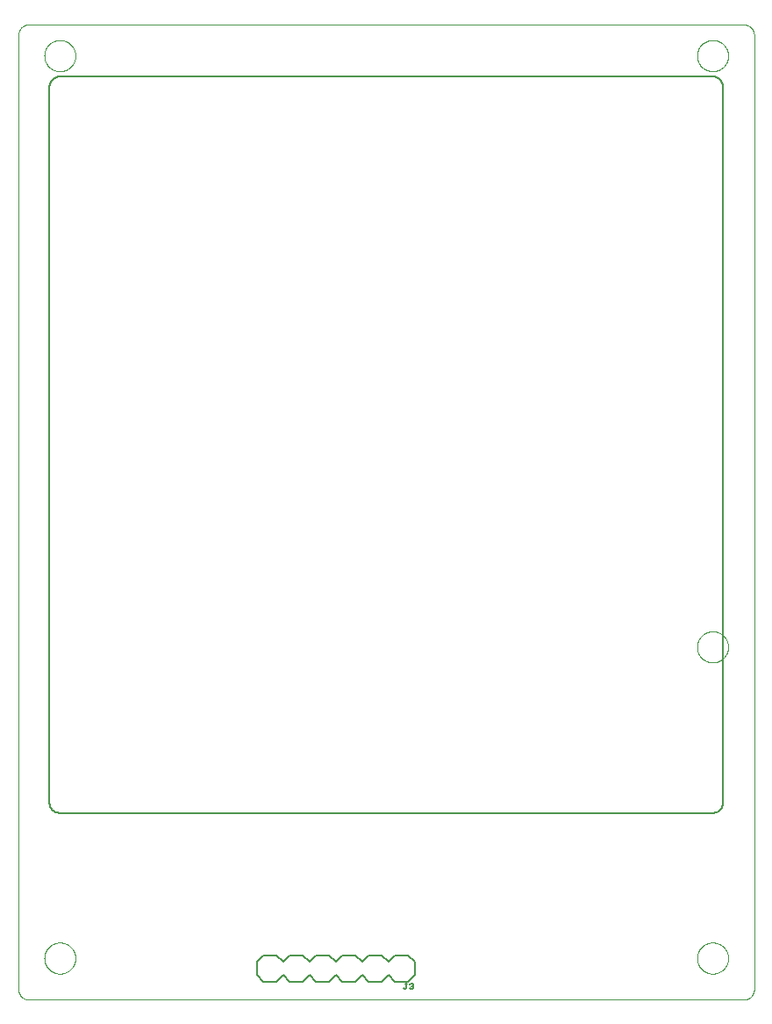
<source format=gto>
G75*
%MOIN*%
%OFA0B0*%
%FSLAX25Y25*%
%IPPOS*%
%LPD*%
%AMOC8*
5,1,8,0,0,1.08239X$1,22.5*
%
%ADD10C,0.00000*%
%ADD11C,0.00600*%
%ADD12R,0.04402X0.00339*%
%ADD13R,0.01354X0.00339*%
%ADD14R,0.00677X0.00339*%
%ADD15R,0.05756X0.00339*%
%ADD16R,0.02709X0.00339*%
%ADD17R,0.01693X0.00339*%
%ADD18R,0.04063X0.00339*%
%ADD19R,0.02370X0.00339*%
%ADD20R,0.03047X0.00339*%
%ADD21R,0.01016X0.00339*%
%ADD22R,0.00339X0.00339*%
%ADD23R,0.03386X0.00339*%
%ADD24R,0.05417X0.00339*%
%ADD25R,0.02031X0.00339*%
%ADD26R,0.04740X0.00339*%
%ADD27R,0.05079X0.00339*%
%ADD28R,0.03724X0.00339*%
%ADD29R,0.10496X0.00339*%
%ADD30R,0.09142X0.00339*%
%ADD31R,0.07449X0.00339*%
%ADD32R,0.08803X0.00339*%
%ADD33R,0.07787X0.00339*%
%ADD34R,0.07110X0.00339*%
%ADD35R,0.10835X0.00339*%
%ADD36R,0.06772X0.00339*%
%ADD37R,0.08465X0.00339*%
%ADD38R,0.08126X0.00339*%
%ADD39C,0.00800*%
%ADD40C,0.00500*%
D10*
X0005437Y0002252D02*
X0277091Y0002252D01*
X0277215Y0002254D01*
X0277338Y0002260D01*
X0277462Y0002269D01*
X0277584Y0002283D01*
X0277707Y0002300D01*
X0277829Y0002322D01*
X0277950Y0002347D01*
X0278070Y0002376D01*
X0278189Y0002408D01*
X0278308Y0002445D01*
X0278425Y0002485D01*
X0278540Y0002528D01*
X0278655Y0002576D01*
X0278767Y0002627D01*
X0278878Y0002681D01*
X0278988Y0002739D01*
X0279095Y0002800D01*
X0279201Y0002865D01*
X0279304Y0002933D01*
X0279405Y0003004D01*
X0279504Y0003078D01*
X0279601Y0003155D01*
X0279695Y0003236D01*
X0279786Y0003319D01*
X0279875Y0003405D01*
X0279961Y0003494D01*
X0280044Y0003585D01*
X0280125Y0003679D01*
X0280202Y0003776D01*
X0280276Y0003875D01*
X0280347Y0003976D01*
X0280415Y0004079D01*
X0280480Y0004185D01*
X0280541Y0004292D01*
X0280599Y0004402D01*
X0280653Y0004513D01*
X0280704Y0004625D01*
X0280752Y0004740D01*
X0280795Y0004855D01*
X0280835Y0004972D01*
X0280872Y0005091D01*
X0280904Y0005210D01*
X0280933Y0005330D01*
X0280958Y0005451D01*
X0280980Y0005573D01*
X0280997Y0005696D01*
X0281011Y0005818D01*
X0281020Y0005942D01*
X0281026Y0006065D01*
X0281028Y0006189D01*
X0281028Y0368394D01*
X0281026Y0368518D01*
X0281020Y0368641D01*
X0281011Y0368765D01*
X0280997Y0368887D01*
X0280980Y0369010D01*
X0280958Y0369132D01*
X0280933Y0369253D01*
X0280904Y0369373D01*
X0280872Y0369492D01*
X0280835Y0369611D01*
X0280795Y0369728D01*
X0280752Y0369843D01*
X0280704Y0369958D01*
X0280653Y0370070D01*
X0280599Y0370181D01*
X0280541Y0370291D01*
X0280480Y0370398D01*
X0280415Y0370504D01*
X0280347Y0370607D01*
X0280276Y0370708D01*
X0280202Y0370807D01*
X0280125Y0370904D01*
X0280044Y0370998D01*
X0279961Y0371089D01*
X0279875Y0371178D01*
X0279786Y0371264D01*
X0279695Y0371347D01*
X0279601Y0371428D01*
X0279504Y0371505D01*
X0279405Y0371579D01*
X0279304Y0371650D01*
X0279201Y0371718D01*
X0279095Y0371783D01*
X0278988Y0371844D01*
X0278878Y0371902D01*
X0278767Y0371956D01*
X0278655Y0372007D01*
X0278540Y0372055D01*
X0278425Y0372098D01*
X0278308Y0372138D01*
X0278189Y0372175D01*
X0278070Y0372207D01*
X0277950Y0372236D01*
X0277829Y0372261D01*
X0277707Y0372283D01*
X0277584Y0372300D01*
X0277462Y0372314D01*
X0277338Y0372323D01*
X0277215Y0372329D01*
X0277091Y0372331D01*
X0005437Y0372331D01*
X0005313Y0372329D01*
X0005190Y0372323D01*
X0005066Y0372314D01*
X0004944Y0372300D01*
X0004821Y0372283D01*
X0004699Y0372261D01*
X0004578Y0372236D01*
X0004458Y0372207D01*
X0004339Y0372175D01*
X0004220Y0372138D01*
X0004103Y0372098D01*
X0003988Y0372055D01*
X0003873Y0372007D01*
X0003761Y0371956D01*
X0003650Y0371902D01*
X0003540Y0371844D01*
X0003433Y0371783D01*
X0003327Y0371718D01*
X0003224Y0371650D01*
X0003123Y0371579D01*
X0003024Y0371505D01*
X0002927Y0371428D01*
X0002833Y0371347D01*
X0002742Y0371264D01*
X0002653Y0371178D01*
X0002567Y0371089D01*
X0002484Y0370998D01*
X0002403Y0370904D01*
X0002326Y0370807D01*
X0002252Y0370708D01*
X0002181Y0370607D01*
X0002113Y0370504D01*
X0002048Y0370398D01*
X0001987Y0370291D01*
X0001929Y0370181D01*
X0001875Y0370070D01*
X0001824Y0369958D01*
X0001776Y0369843D01*
X0001733Y0369728D01*
X0001693Y0369611D01*
X0001656Y0369492D01*
X0001624Y0369373D01*
X0001595Y0369253D01*
X0001570Y0369132D01*
X0001548Y0369010D01*
X0001531Y0368887D01*
X0001517Y0368765D01*
X0001508Y0368641D01*
X0001502Y0368518D01*
X0001500Y0368394D01*
X0001500Y0006189D01*
X0001502Y0006065D01*
X0001508Y0005942D01*
X0001517Y0005818D01*
X0001531Y0005696D01*
X0001548Y0005573D01*
X0001570Y0005451D01*
X0001595Y0005330D01*
X0001624Y0005210D01*
X0001656Y0005091D01*
X0001693Y0004972D01*
X0001733Y0004855D01*
X0001776Y0004740D01*
X0001824Y0004625D01*
X0001875Y0004513D01*
X0001929Y0004402D01*
X0001987Y0004292D01*
X0002048Y0004185D01*
X0002113Y0004079D01*
X0002181Y0003976D01*
X0002252Y0003875D01*
X0002326Y0003776D01*
X0002403Y0003679D01*
X0002484Y0003585D01*
X0002567Y0003494D01*
X0002653Y0003405D01*
X0002742Y0003319D01*
X0002833Y0003236D01*
X0002927Y0003155D01*
X0003024Y0003078D01*
X0003123Y0003004D01*
X0003224Y0002933D01*
X0003327Y0002865D01*
X0003433Y0002800D01*
X0003540Y0002739D01*
X0003650Y0002681D01*
X0003761Y0002627D01*
X0003873Y0002576D01*
X0003988Y0002528D01*
X0004103Y0002485D01*
X0004220Y0002445D01*
X0004339Y0002408D01*
X0004458Y0002376D01*
X0004578Y0002347D01*
X0004699Y0002322D01*
X0004821Y0002300D01*
X0004944Y0002283D01*
X0005066Y0002269D01*
X0005190Y0002260D01*
X0005313Y0002254D01*
X0005437Y0002252D01*
X0011342Y0018000D02*
X0011344Y0018153D01*
X0011350Y0018307D01*
X0011360Y0018460D01*
X0011374Y0018612D01*
X0011392Y0018765D01*
X0011414Y0018916D01*
X0011439Y0019067D01*
X0011469Y0019218D01*
X0011503Y0019368D01*
X0011540Y0019516D01*
X0011581Y0019664D01*
X0011626Y0019810D01*
X0011675Y0019956D01*
X0011728Y0020100D01*
X0011784Y0020242D01*
X0011844Y0020383D01*
X0011908Y0020523D01*
X0011975Y0020661D01*
X0012046Y0020797D01*
X0012121Y0020931D01*
X0012198Y0021063D01*
X0012280Y0021193D01*
X0012364Y0021321D01*
X0012452Y0021447D01*
X0012543Y0021570D01*
X0012637Y0021691D01*
X0012735Y0021809D01*
X0012835Y0021925D01*
X0012939Y0022038D01*
X0013045Y0022149D01*
X0013154Y0022257D01*
X0013266Y0022362D01*
X0013380Y0022463D01*
X0013498Y0022562D01*
X0013617Y0022658D01*
X0013739Y0022751D01*
X0013864Y0022840D01*
X0013991Y0022927D01*
X0014120Y0023009D01*
X0014251Y0023089D01*
X0014384Y0023165D01*
X0014519Y0023238D01*
X0014656Y0023307D01*
X0014795Y0023372D01*
X0014935Y0023434D01*
X0015077Y0023492D01*
X0015220Y0023547D01*
X0015365Y0023598D01*
X0015511Y0023645D01*
X0015658Y0023688D01*
X0015806Y0023727D01*
X0015955Y0023763D01*
X0016105Y0023794D01*
X0016256Y0023822D01*
X0016407Y0023846D01*
X0016560Y0023866D01*
X0016712Y0023882D01*
X0016865Y0023894D01*
X0017018Y0023902D01*
X0017171Y0023906D01*
X0017325Y0023906D01*
X0017478Y0023902D01*
X0017631Y0023894D01*
X0017784Y0023882D01*
X0017936Y0023866D01*
X0018089Y0023846D01*
X0018240Y0023822D01*
X0018391Y0023794D01*
X0018541Y0023763D01*
X0018690Y0023727D01*
X0018838Y0023688D01*
X0018985Y0023645D01*
X0019131Y0023598D01*
X0019276Y0023547D01*
X0019419Y0023492D01*
X0019561Y0023434D01*
X0019701Y0023372D01*
X0019840Y0023307D01*
X0019977Y0023238D01*
X0020112Y0023165D01*
X0020245Y0023089D01*
X0020376Y0023009D01*
X0020505Y0022927D01*
X0020632Y0022840D01*
X0020757Y0022751D01*
X0020879Y0022658D01*
X0020998Y0022562D01*
X0021116Y0022463D01*
X0021230Y0022362D01*
X0021342Y0022257D01*
X0021451Y0022149D01*
X0021557Y0022038D01*
X0021661Y0021925D01*
X0021761Y0021809D01*
X0021859Y0021691D01*
X0021953Y0021570D01*
X0022044Y0021447D01*
X0022132Y0021321D01*
X0022216Y0021193D01*
X0022298Y0021063D01*
X0022375Y0020931D01*
X0022450Y0020797D01*
X0022521Y0020661D01*
X0022588Y0020523D01*
X0022652Y0020383D01*
X0022712Y0020242D01*
X0022768Y0020100D01*
X0022821Y0019956D01*
X0022870Y0019810D01*
X0022915Y0019664D01*
X0022956Y0019516D01*
X0022993Y0019368D01*
X0023027Y0019218D01*
X0023057Y0019067D01*
X0023082Y0018916D01*
X0023104Y0018765D01*
X0023122Y0018612D01*
X0023136Y0018460D01*
X0023146Y0018307D01*
X0023152Y0018153D01*
X0023154Y0018000D01*
X0023152Y0017847D01*
X0023146Y0017693D01*
X0023136Y0017540D01*
X0023122Y0017388D01*
X0023104Y0017235D01*
X0023082Y0017084D01*
X0023057Y0016933D01*
X0023027Y0016782D01*
X0022993Y0016632D01*
X0022956Y0016484D01*
X0022915Y0016336D01*
X0022870Y0016190D01*
X0022821Y0016044D01*
X0022768Y0015900D01*
X0022712Y0015758D01*
X0022652Y0015617D01*
X0022588Y0015477D01*
X0022521Y0015339D01*
X0022450Y0015203D01*
X0022375Y0015069D01*
X0022298Y0014937D01*
X0022216Y0014807D01*
X0022132Y0014679D01*
X0022044Y0014553D01*
X0021953Y0014430D01*
X0021859Y0014309D01*
X0021761Y0014191D01*
X0021661Y0014075D01*
X0021557Y0013962D01*
X0021451Y0013851D01*
X0021342Y0013743D01*
X0021230Y0013638D01*
X0021116Y0013537D01*
X0020998Y0013438D01*
X0020879Y0013342D01*
X0020757Y0013249D01*
X0020632Y0013160D01*
X0020505Y0013073D01*
X0020376Y0012991D01*
X0020245Y0012911D01*
X0020112Y0012835D01*
X0019977Y0012762D01*
X0019840Y0012693D01*
X0019701Y0012628D01*
X0019561Y0012566D01*
X0019419Y0012508D01*
X0019276Y0012453D01*
X0019131Y0012402D01*
X0018985Y0012355D01*
X0018838Y0012312D01*
X0018690Y0012273D01*
X0018541Y0012237D01*
X0018391Y0012206D01*
X0018240Y0012178D01*
X0018089Y0012154D01*
X0017936Y0012134D01*
X0017784Y0012118D01*
X0017631Y0012106D01*
X0017478Y0012098D01*
X0017325Y0012094D01*
X0017171Y0012094D01*
X0017018Y0012098D01*
X0016865Y0012106D01*
X0016712Y0012118D01*
X0016560Y0012134D01*
X0016407Y0012154D01*
X0016256Y0012178D01*
X0016105Y0012206D01*
X0015955Y0012237D01*
X0015806Y0012273D01*
X0015658Y0012312D01*
X0015511Y0012355D01*
X0015365Y0012402D01*
X0015220Y0012453D01*
X0015077Y0012508D01*
X0014935Y0012566D01*
X0014795Y0012628D01*
X0014656Y0012693D01*
X0014519Y0012762D01*
X0014384Y0012835D01*
X0014251Y0012911D01*
X0014120Y0012991D01*
X0013991Y0013073D01*
X0013864Y0013160D01*
X0013739Y0013249D01*
X0013617Y0013342D01*
X0013498Y0013438D01*
X0013380Y0013537D01*
X0013266Y0013638D01*
X0013154Y0013743D01*
X0013045Y0013851D01*
X0012939Y0013962D01*
X0012835Y0014075D01*
X0012735Y0014191D01*
X0012637Y0014309D01*
X0012543Y0014430D01*
X0012452Y0014553D01*
X0012364Y0014679D01*
X0012280Y0014807D01*
X0012198Y0014937D01*
X0012121Y0015069D01*
X0012046Y0015203D01*
X0011975Y0015339D01*
X0011908Y0015477D01*
X0011844Y0015617D01*
X0011784Y0015758D01*
X0011728Y0015900D01*
X0011675Y0016044D01*
X0011626Y0016190D01*
X0011581Y0016336D01*
X0011540Y0016484D01*
X0011503Y0016632D01*
X0011469Y0016782D01*
X0011439Y0016933D01*
X0011414Y0017084D01*
X0011392Y0017235D01*
X0011374Y0017388D01*
X0011360Y0017540D01*
X0011350Y0017693D01*
X0011344Y0017847D01*
X0011342Y0018000D01*
X0259374Y0018000D02*
X0259376Y0018153D01*
X0259382Y0018307D01*
X0259392Y0018460D01*
X0259406Y0018612D01*
X0259424Y0018765D01*
X0259446Y0018916D01*
X0259471Y0019067D01*
X0259501Y0019218D01*
X0259535Y0019368D01*
X0259572Y0019516D01*
X0259613Y0019664D01*
X0259658Y0019810D01*
X0259707Y0019956D01*
X0259760Y0020100D01*
X0259816Y0020242D01*
X0259876Y0020383D01*
X0259940Y0020523D01*
X0260007Y0020661D01*
X0260078Y0020797D01*
X0260153Y0020931D01*
X0260230Y0021063D01*
X0260312Y0021193D01*
X0260396Y0021321D01*
X0260484Y0021447D01*
X0260575Y0021570D01*
X0260669Y0021691D01*
X0260767Y0021809D01*
X0260867Y0021925D01*
X0260971Y0022038D01*
X0261077Y0022149D01*
X0261186Y0022257D01*
X0261298Y0022362D01*
X0261412Y0022463D01*
X0261530Y0022562D01*
X0261649Y0022658D01*
X0261771Y0022751D01*
X0261896Y0022840D01*
X0262023Y0022927D01*
X0262152Y0023009D01*
X0262283Y0023089D01*
X0262416Y0023165D01*
X0262551Y0023238D01*
X0262688Y0023307D01*
X0262827Y0023372D01*
X0262967Y0023434D01*
X0263109Y0023492D01*
X0263252Y0023547D01*
X0263397Y0023598D01*
X0263543Y0023645D01*
X0263690Y0023688D01*
X0263838Y0023727D01*
X0263987Y0023763D01*
X0264137Y0023794D01*
X0264288Y0023822D01*
X0264439Y0023846D01*
X0264592Y0023866D01*
X0264744Y0023882D01*
X0264897Y0023894D01*
X0265050Y0023902D01*
X0265203Y0023906D01*
X0265357Y0023906D01*
X0265510Y0023902D01*
X0265663Y0023894D01*
X0265816Y0023882D01*
X0265968Y0023866D01*
X0266121Y0023846D01*
X0266272Y0023822D01*
X0266423Y0023794D01*
X0266573Y0023763D01*
X0266722Y0023727D01*
X0266870Y0023688D01*
X0267017Y0023645D01*
X0267163Y0023598D01*
X0267308Y0023547D01*
X0267451Y0023492D01*
X0267593Y0023434D01*
X0267733Y0023372D01*
X0267872Y0023307D01*
X0268009Y0023238D01*
X0268144Y0023165D01*
X0268277Y0023089D01*
X0268408Y0023009D01*
X0268537Y0022927D01*
X0268664Y0022840D01*
X0268789Y0022751D01*
X0268911Y0022658D01*
X0269030Y0022562D01*
X0269148Y0022463D01*
X0269262Y0022362D01*
X0269374Y0022257D01*
X0269483Y0022149D01*
X0269589Y0022038D01*
X0269693Y0021925D01*
X0269793Y0021809D01*
X0269891Y0021691D01*
X0269985Y0021570D01*
X0270076Y0021447D01*
X0270164Y0021321D01*
X0270248Y0021193D01*
X0270330Y0021063D01*
X0270407Y0020931D01*
X0270482Y0020797D01*
X0270553Y0020661D01*
X0270620Y0020523D01*
X0270684Y0020383D01*
X0270744Y0020242D01*
X0270800Y0020100D01*
X0270853Y0019956D01*
X0270902Y0019810D01*
X0270947Y0019664D01*
X0270988Y0019516D01*
X0271025Y0019368D01*
X0271059Y0019218D01*
X0271089Y0019067D01*
X0271114Y0018916D01*
X0271136Y0018765D01*
X0271154Y0018612D01*
X0271168Y0018460D01*
X0271178Y0018307D01*
X0271184Y0018153D01*
X0271186Y0018000D01*
X0271184Y0017847D01*
X0271178Y0017693D01*
X0271168Y0017540D01*
X0271154Y0017388D01*
X0271136Y0017235D01*
X0271114Y0017084D01*
X0271089Y0016933D01*
X0271059Y0016782D01*
X0271025Y0016632D01*
X0270988Y0016484D01*
X0270947Y0016336D01*
X0270902Y0016190D01*
X0270853Y0016044D01*
X0270800Y0015900D01*
X0270744Y0015758D01*
X0270684Y0015617D01*
X0270620Y0015477D01*
X0270553Y0015339D01*
X0270482Y0015203D01*
X0270407Y0015069D01*
X0270330Y0014937D01*
X0270248Y0014807D01*
X0270164Y0014679D01*
X0270076Y0014553D01*
X0269985Y0014430D01*
X0269891Y0014309D01*
X0269793Y0014191D01*
X0269693Y0014075D01*
X0269589Y0013962D01*
X0269483Y0013851D01*
X0269374Y0013743D01*
X0269262Y0013638D01*
X0269148Y0013537D01*
X0269030Y0013438D01*
X0268911Y0013342D01*
X0268789Y0013249D01*
X0268664Y0013160D01*
X0268537Y0013073D01*
X0268408Y0012991D01*
X0268277Y0012911D01*
X0268144Y0012835D01*
X0268009Y0012762D01*
X0267872Y0012693D01*
X0267733Y0012628D01*
X0267593Y0012566D01*
X0267451Y0012508D01*
X0267308Y0012453D01*
X0267163Y0012402D01*
X0267017Y0012355D01*
X0266870Y0012312D01*
X0266722Y0012273D01*
X0266573Y0012237D01*
X0266423Y0012206D01*
X0266272Y0012178D01*
X0266121Y0012154D01*
X0265968Y0012134D01*
X0265816Y0012118D01*
X0265663Y0012106D01*
X0265510Y0012098D01*
X0265357Y0012094D01*
X0265203Y0012094D01*
X0265050Y0012098D01*
X0264897Y0012106D01*
X0264744Y0012118D01*
X0264592Y0012134D01*
X0264439Y0012154D01*
X0264288Y0012178D01*
X0264137Y0012206D01*
X0263987Y0012237D01*
X0263838Y0012273D01*
X0263690Y0012312D01*
X0263543Y0012355D01*
X0263397Y0012402D01*
X0263252Y0012453D01*
X0263109Y0012508D01*
X0262967Y0012566D01*
X0262827Y0012628D01*
X0262688Y0012693D01*
X0262551Y0012762D01*
X0262416Y0012835D01*
X0262283Y0012911D01*
X0262152Y0012991D01*
X0262023Y0013073D01*
X0261896Y0013160D01*
X0261771Y0013249D01*
X0261649Y0013342D01*
X0261530Y0013438D01*
X0261412Y0013537D01*
X0261298Y0013638D01*
X0261186Y0013743D01*
X0261077Y0013851D01*
X0260971Y0013962D01*
X0260867Y0014075D01*
X0260767Y0014191D01*
X0260669Y0014309D01*
X0260575Y0014430D01*
X0260484Y0014553D01*
X0260396Y0014679D01*
X0260312Y0014807D01*
X0260230Y0014937D01*
X0260153Y0015069D01*
X0260078Y0015203D01*
X0260007Y0015339D01*
X0259940Y0015477D01*
X0259876Y0015617D01*
X0259816Y0015758D01*
X0259760Y0015900D01*
X0259707Y0016044D01*
X0259658Y0016190D01*
X0259613Y0016336D01*
X0259572Y0016484D01*
X0259535Y0016632D01*
X0259501Y0016782D01*
X0259471Y0016933D01*
X0259446Y0017084D01*
X0259424Y0017235D01*
X0259406Y0017388D01*
X0259392Y0017540D01*
X0259382Y0017693D01*
X0259376Y0017847D01*
X0259374Y0018000D01*
X0259374Y0136110D02*
X0259376Y0136263D01*
X0259382Y0136417D01*
X0259392Y0136570D01*
X0259406Y0136722D01*
X0259424Y0136875D01*
X0259446Y0137026D01*
X0259471Y0137177D01*
X0259501Y0137328D01*
X0259535Y0137478D01*
X0259572Y0137626D01*
X0259613Y0137774D01*
X0259658Y0137920D01*
X0259707Y0138066D01*
X0259760Y0138210D01*
X0259816Y0138352D01*
X0259876Y0138493D01*
X0259940Y0138633D01*
X0260007Y0138771D01*
X0260078Y0138907D01*
X0260153Y0139041D01*
X0260230Y0139173D01*
X0260312Y0139303D01*
X0260396Y0139431D01*
X0260484Y0139557D01*
X0260575Y0139680D01*
X0260669Y0139801D01*
X0260767Y0139919D01*
X0260867Y0140035D01*
X0260971Y0140148D01*
X0261077Y0140259D01*
X0261186Y0140367D01*
X0261298Y0140472D01*
X0261412Y0140573D01*
X0261530Y0140672D01*
X0261649Y0140768D01*
X0261771Y0140861D01*
X0261896Y0140950D01*
X0262023Y0141037D01*
X0262152Y0141119D01*
X0262283Y0141199D01*
X0262416Y0141275D01*
X0262551Y0141348D01*
X0262688Y0141417D01*
X0262827Y0141482D01*
X0262967Y0141544D01*
X0263109Y0141602D01*
X0263252Y0141657D01*
X0263397Y0141708D01*
X0263543Y0141755D01*
X0263690Y0141798D01*
X0263838Y0141837D01*
X0263987Y0141873D01*
X0264137Y0141904D01*
X0264288Y0141932D01*
X0264439Y0141956D01*
X0264592Y0141976D01*
X0264744Y0141992D01*
X0264897Y0142004D01*
X0265050Y0142012D01*
X0265203Y0142016D01*
X0265357Y0142016D01*
X0265510Y0142012D01*
X0265663Y0142004D01*
X0265816Y0141992D01*
X0265968Y0141976D01*
X0266121Y0141956D01*
X0266272Y0141932D01*
X0266423Y0141904D01*
X0266573Y0141873D01*
X0266722Y0141837D01*
X0266870Y0141798D01*
X0267017Y0141755D01*
X0267163Y0141708D01*
X0267308Y0141657D01*
X0267451Y0141602D01*
X0267593Y0141544D01*
X0267733Y0141482D01*
X0267872Y0141417D01*
X0268009Y0141348D01*
X0268144Y0141275D01*
X0268277Y0141199D01*
X0268408Y0141119D01*
X0268537Y0141037D01*
X0268664Y0140950D01*
X0268789Y0140861D01*
X0268911Y0140768D01*
X0269030Y0140672D01*
X0269148Y0140573D01*
X0269262Y0140472D01*
X0269374Y0140367D01*
X0269483Y0140259D01*
X0269589Y0140148D01*
X0269693Y0140035D01*
X0269793Y0139919D01*
X0269891Y0139801D01*
X0269985Y0139680D01*
X0270076Y0139557D01*
X0270164Y0139431D01*
X0270248Y0139303D01*
X0270330Y0139173D01*
X0270407Y0139041D01*
X0270482Y0138907D01*
X0270553Y0138771D01*
X0270620Y0138633D01*
X0270684Y0138493D01*
X0270744Y0138352D01*
X0270800Y0138210D01*
X0270853Y0138066D01*
X0270902Y0137920D01*
X0270947Y0137774D01*
X0270988Y0137626D01*
X0271025Y0137478D01*
X0271059Y0137328D01*
X0271089Y0137177D01*
X0271114Y0137026D01*
X0271136Y0136875D01*
X0271154Y0136722D01*
X0271168Y0136570D01*
X0271178Y0136417D01*
X0271184Y0136263D01*
X0271186Y0136110D01*
X0271184Y0135957D01*
X0271178Y0135803D01*
X0271168Y0135650D01*
X0271154Y0135498D01*
X0271136Y0135345D01*
X0271114Y0135194D01*
X0271089Y0135043D01*
X0271059Y0134892D01*
X0271025Y0134742D01*
X0270988Y0134594D01*
X0270947Y0134446D01*
X0270902Y0134300D01*
X0270853Y0134154D01*
X0270800Y0134010D01*
X0270744Y0133868D01*
X0270684Y0133727D01*
X0270620Y0133587D01*
X0270553Y0133449D01*
X0270482Y0133313D01*
X0270407Y0133179D01*
X0270330Y0133047D01*
X0270248Y0132917D01*
X0270164Y0132789D01*
X0270076Y0132663D01*
X0269985Y0132540D01*
X0269891Y0132419D01*
X0269793Y0132301D01*
X0269693Y0132185D01*
X0269589Y0132072D01*
X0269483Y0131961D01*
X0269374Y0131853D01*
X0269262Y0131748D01*
X0269148Y0131647D01*
X0269030Y0131548D01*
X0268911Y0131452D01*
X0268789Y0131359D01*
X0268664Y0131270D01*
X0268537Y0131183D01*
X0268408Y0131101D01*
X0268277Y0131021D01*
X0268144Y0130945D01*
X0268009Y0130872D01*
X0267872Y0130803D01*
X0267733Y0130738D01*
X0267593Y0130676D01*
X0267451Y0130618D01*
X0267308Y0130563D01*
X0267163Y0130512D01*
X0267017Y0130465D01*
X0266870Y0130422D01*
X0266722Y0130383D01*
X0266573Y0130347D01*
X0266423Y0130316D01*
X0266272Y0130288D01*
X0266121Y0130264D01*
X0265968Y0130244D01*
X0265816Y0130228D01*
X0265663Y0130216D01*
X0265510Y0130208D01*
X0265357Y0130204D01*
X0265203Y0130204D01*
X0265050Y0130208D01*
X0264897Y0130216D01*
X0264744Y0130228D01*
X0264592Y0130244D01*
X0264439Y0130264D01*
X0264288Y0130288D01*
X0264137Y0130316D01*
X0263987Y0130347D01*
X0263838Y0130383D01*
X0263690Y0130422D01*
X0263543Y0130465D01*
X0263397Y0130512D01*
X0263252Y0130563D01*
X0263109Y0130618D01*
X0262967Y0130676D01*
X0262827Y0130738D01*
X0262688Y0130803D01*
X0262551Y0130872D01*
X0262416Y0130945D01*
X0262283Y0131021D01*
X0262152Y0131101D01*
X0262023Y0131183D01*
X0261896Y0131270D01*
X0261771Y0131359D01*
X0261649Y0131452D01*
X0261530Y0131548D01*
X0261412Y0131647D01*
X0261298Y0131748D01*
X0261186Y0131853D01*
X0261077Y0131961D01*
X0260971Y0132072D01*
X0260867Y0132185D01*
X0260767Y0132301D01*
X0260669Y0132419D01*
X0260575Y0132540D01*
X0260484Y0132663D01*
X0260396Y0132789D01*
X0260312Y0132917D01*
X0260230Y0133047D01*
X0260153Y0133179D01*
X0260078Y0133313D01*
X0260007Y0133449D01*
X0259940Y0133587D01*
X0259876Y0133727D01*
X0259816Y0133868D01*
X0259760Y0134010D01*
X0259707Y0134154D01*
X0259658Y0134300D01*
X0259613Y0134446D01*
X0259572Y0134594D01*
X0259535Y0134742D01*
X0259501Y0134892D01*
X0259471Y0135043D01*
X0259446Y0135194D01*
X0259424Y0135345D01*
X0259406Y0135498D01*
X0259392Y0135650D01*
X0259382Y0135803D01*
X0259376Y0135957D01*
X0259374Y0136110D01*
X0259374Y0360520D02*
X0259376Y0360673D01*
X0259382Y0360827D01*
X0259392Y0360980D01*
X0259406Y0361132D01*
X0259424Y0361285D01*
X0259446Y0361436D01*
X0259471Y0361587D01*
X0259501Y0361738D01*
X0259535Y0361888D01*
X0259572Y0362036D01*
X0259613Y0362184D01*
X0259658Y0362330D01*
X0259707Y0362476D01*
X0259760Y0362620D01*
X0259816Y0362762D01*
X0259876Y0362903D01*
X0259940Y0363043D01*
X0260007Y0363181D01*
X0260078Y0363317D01*
X0260153Y0363451D01*
X0260230Y0363583D01*
X0260312Y0363713D01*
X0260396Y0363841D01*
X0260484Y0363967D01*
X0260575Y0364090D01*
X0260669Y0364211D01*
X0260767Y0364329D01*
X0260867Y0364445D01*
X0260971Y0364558D01*
X0261077Y0364669D01*
X0261186Y0364777D01*
X0261298Y0364882D01*
X0261412Y0364983D01*
X0261530Y0365082D01*
X0261649Y0365178D01*
X0261771Y0365271D01*
X0261896Y0365360D01*
X0262023Y0365447D01*
X0262152Y0365529D01*
X0262283Y0365609D01*
X0262416Y0365685D01*
X0262551Y0365758D01*
X0262688Y0365827D01*
X0262827Y0365892D01*
X0262967Y0365954D01*
X0263109Y0366012D01*
X0263252Y0366067D01*
X0263397Y0366118D01*
X0263543Y0366165D01*
X0263690Y0366208D01*
X0263838Y0366247D01*
X0263987Y0366283D01*
X0264137Y0366314D01*
X0264288Y0366342D01*
X0264439Y0366366D01*
X0264592Y0366386D01*
X0264744Y0366402D01*
X0264897Y0366414D01*
X0265050Y0366422D01*
X0265203Y0366426D01*
X0265357Y0366426D01*
X0265510Y0366422D01*
X0265663Y0366414D01*
X0265816Y0366402D01*
X0265968Y0366386D01*
X0266121Y0366366D01*
X0266272Y0366342D01*
X0266423Y0366314D01*
X0266573Y0366283D01*
X0266722Y0366247D01*
X0266870Y0366208D01*
X0267017Y0366165D01*
X0267163Y0366118D01*
X0267308Y0366067D01*
X0267451Y0366012D01*
X0267593Y0365954D01*
X0267733Y0365892D01*
X0267872Y0365827D01*
X0268009Y0365758D01*
X0268144Y0365685D01*
X0268277Y0365609D01*
X0268408Y0365529D01*
X0268537Y0365447D01*
X0268664Y0365360D01*
X0268789Y0365271D01*
X0268911Y0365178D01*
X0269030Y0365082D01*
X0269148Y0364983D01*
X0269262Y0364882D01*
X0269374Y0364777D01*
X0269483Y0364669D01*
X0269589Y0364558D01*
X0269693Y0364445D01*
X0269793Y0364329D01*
X0269891Y0364211D01*
X0269985Y0364090D01*
X0270076Y0363967D01*
X0270164Y0363841D01*
X0270248Y0363713D01*
X0270330Y0363583D01*
X0270407Y0363451D01*
X0270482Y0363317D01*
X0270553Y0363181D01*
X0270620Y0363043D01*
X0270684Y0362903D01*
X0270744Y0362762D01*
X0270800Y0362620D01*
X0270853Y0362476D01*
X0270902Y0362330D01*
X0270947Y0362184D01*
X0270988Y0362036D01*
X0271025Y0361888D01*
X0271059Y0361738D01*
X0271089Y0361587D01*
X0271114Y0361436D01*
X0271136Y0361285D01*
X0271154Y0361132D01*
X0271168Y0360980D01*
X0271178Y0360827D01*
X0271184Y0360673D01*
X0271186Y0360520D01*
X0271184Y0360367D01*
X0271178Y0360213D01*
X0271168Y0360060D01*
X0271154Y0359908D01*
X0271136Y0359755D01*
X0271114Y0359604D01*
X0271089Y0359453D01*
X0271059Y0359302D01*
X0271025Y0359152D01*
X0270988Y0359004D01*
X0270947Y0358856D01*
X0270902Y0358710D01*
X0270853Y0358564D01*
X0270800Y0358420D01*
X0270744Y0358278D01*
X0270684Y0358137D01*
X0270620Y0357997D01*
X0270553Y0357859D01*
X0270482Y0357723D01*
X0270407Y0357589D01*
X0270330Y0357457D01*
X0270248Y0357327D01*
X0270164Y0357199D01*
X0270076Y0357073D01*
X0269985Y0356950D01*
X0269891Y0356829D01*
X0269793Y0356711D01*
X0269693Y0356595D01*
X0269589Y0356482D01*
X0269483Y0356371D01*
X0269374Y0356263D01*
X0269262Y0356158D01*
X0269148Y0356057D01*
X0269030Y0355958D01*
X0268911Y0355862D01*
X0268789Y0355769D01*
X0268664Y0355680D01*
X0268537Y0355593D01*
X0268408Y0355511D01*
X0268277Y0355431D01*
X0268144Y0355355D01*
X0268009Y0355282D01*
X0267872Y0355213D01*
X0267733Y0355148D01*
X0267593Y0355086D01*
X0267451Y0355028D01*
X0267308Y0354973D01*
X0267163Y0354922D01*
X0267017Y0354875D01*
X0266870Y0354832D01*
X0266722Y0354793D01*
X0266573Y0354757D01*
X0266423Y0354726D01*
X0266272Y0354698D01*
X0266121Y0354674D01*
X0265968Y0354654D01*
X0265816Y0354638D01*
X0265663Y0354626D01*
X0265510Y0354618D01*
X0265357Y0354614D01*
X0265203Y0354614D01*
X0265050Y0354618D01*
X0264897Y0354626D01*
X0264744Y0354638D01*
X0264592Y0354654D01*
X0264439Y0354674D01*
X0264288Y0354698D01*
X0264137Y0354726D01*
X0263987Y0354757D01*
X0263838Y0354793D01*
X0263690Y0354832D01*
X0263543Y0354875D01*
X0263397Y0354922D01*
X0263252Y0354973D01*
X0263109Y0355028D01*
X0262967Y0355086D01*
X0262827Y0355148D01*
X0262688Y0355213D01*
X0262551Y0355282D01*
X0262416Y0355355D01*
X0262283Y0355431D01*
X0262152Y0355511D01*
X0262023Y0355593D01*
X0261896Y0355680D01*
X0261771Y0355769D01*
X0261649Y0355862D01*
X0261530Y0355958D01*
X0261412Y0356057D01*
X0261298Y0356158D01*
X0261186Y0356263D01*
X0261077Y0356371D01*
X0260971Y0356482D01*
X0260867Y0356595D01*
X0260767Y0356711D01*
X0260669Y0356829D01*
X0260575Y0356950D01*
X0260484Y0357073D01*
X0260396Y0357199D01*
X0260312Y0357327D01*
X0260230Y0357457D01*
X0260153Y0357589D01*
X0260078Y0357723D01*
X0260007Y0357859D01*
X0259940Y0357997D01*
X0259876Y0358137D01*
X0259816Y0358278D01*
X0259760Y0358420D01*
X0259707Y0358564D01*
X0259658Y0358710D01*
X0259613Y0358856D01*
X0259572Y0359004D01*
X0259535Y0359152D01*
X0259501Y0359302D01*
X0259471Y0359453D01*
X0259446Y0359604D01*
X0259424Y0359755D01*
X0259406Y0359908D01*
X0259392Y0360060D01*
X0259382Y0360213D01*
X0259376Y0360367D01*
X0259374Y0360520D01*
X0011342Y0360520D02*
X0011344Y0360673D01*
X0011350Y0360827D01*
X0011360Y0360980D01*
X0011374Y0361132D01*
X0011392Y0361285D01*
X0011414Y0361436D01*
X0011439Y0361587D01*
X0011469Y0361738D01*
X0011503Y0361888D01*
X0011540Y0362036D01*
X0011581Y0362184D01*
X0011626Y0362330D01*
X0011675Y0362476D01*
X0011728Y0362620D01*
X0011784Y0362762D01*
X0011844Y0362903D01*
X0011908Y0363043D01*
X0011975Y0363181D01*
X0012046Y0363317D01*
X0012121Y0363451D01*
X0012198Y0363583D01*
X0012280Y0363713D01*
X0012364Y0363841D01*
X0012452Y0363967D01*
X0012543Y0364090D01*
X0012637Y0364211D01*
X0012735Y0364329D01*
X0012835Y0364445D01*
X0012939Y0364558D01*
X0013045Y0364669D01*
X0013154Y0364777D01*
X0013266Y0364882D01*
X0013380Y0364983D01*
X0013498Y0365082D01*
X0013617Y0365178D01*
X0013739Y0365271D01*
X0013864Y0365360D01*
X0013991Y0365447D01*
X0014120Y0365529D01*
X0014251Y0365609D01*
X0014384Y0365685D01*
X0014519Y0365758D01*
X0014656Y0365827D01*
X0014795Y0365892D01*
X0014935Y0365954D01*
X0015077Y0366012D01*
X0015220Y0366067D01*
X0015365Y0366118D01*
X0015511Y0366165D01*
X0015658Y0366208D01*
X0015806Y0366247D01*
X0015955Y0366283D01*
X0016105Y0366314D01*
X0016256Y0366342D01*
X0016407Y0366366D01*
X0016560Y0366386D01*
X0016712Y0366402D01*
X0016865Y0366414D01*
X0017018Y0366422D01*
X0017171Y0366426D01*
X0017325Y0366426D01*
X0017478Y0366422D01*
X0017631Y0366414D01*
X0017784Y0366402D01*
X0017936Y0366386D01*
X0018089Y0366366D01*
X0018240Y0366342D01*
X0018391Y0366314D01*
X0018541Y0366283D01*
X0018690Y0366247D01*
X0018838Y0366208D01*
X0018985Y0366165D01*
X0019131Y0366118D01*
X0019276Y0366067D01*
X0019419Y0366012D01*
X0019561Y0365954D01*
X0019701Y0365892D01*
X0019840Y0365827D01*
X0019977Y0365758D01*
X0020112Y0365685D01*
X0020245Y0365609D01*
X0020376Y0365529D01*
X0020505Y0365447D01*
X0020632Y0365360D01*
X0020757Y0365271D01*
X0020879Y0365178D01*
X0020998Y0365082D01*
X0021116Y0364983D01*
X0021230Y0364882D01*
X0021342Y0364777D01*
X0021451Y0364669D01*
X0021557Y0364558D01*
X0021661Y0364445D01*
X0021761Y0364329D01*
X0021859Y0364211D01*
X0021953Y0364090D01*
X0022044Y0363967D01*
X0022132Y0363841D01*
X0022216Y0363713D01*
X0022298Y0363583D01*
X0022375Y0363451D01*
X0022450Y0363317D01*
X0022521Y0363181D01*
X0022588Y0363043D01*
X0022652Y0362903D01*
X0022712Y0362762D01*
X0022768Y0362620D01*
X0022821Y0362476D01*
X0022870Y0362330D01*
X0022915Y0362184D01*
X0022956Y0362036D01*
X0022993Y0361888D01*
X0023027Y0361738D01*
X0023057Y0361587D01*
X0023082Y0361436D01*
X0023104Y0361285D01*
X0023122Y0361132D01*
X0023136Y0360980D01*
X0023146Y0360827D01*
X0023152Y0360673D01*
X0023154Y0360520D01*
X0023152Y0360367D01*
X0023146Y0360213D01*
X0023136Y0360060D01*
X0023122Y0359908D01*
X0023104Y0359755D01*
X0023082Y0359604D01*
X0023057Y0359453D01*
X0023027Y0359302D01*
X0022993Y0359152D01*
X0022956Y0359004D01*
X0022915Y0358856D01*
X0022870Y0358710D01*
X0022821Y0358564D01*
X0022768Y0358420D01*
X0022712Y0358278D01*
X0022652Y0358137D01*
X0022588Y0357997D01*
X0022521Y0357859D01*
X0022450Y0357723D01*
X0022375Y0357589D01*
X0022298Y0357457D01*
X0022216Y0357327D01*
X0022132Y0357199D01*
X0022044Y0357073D01*
X0021953Y0356950D01*
X0021859Y0356829D01*
X0021761Y0356711D01*
X0021661Y0356595D01*
X0021557Y0356482D01*
X0021451Y0356371D01*
X0021342Y0356263D01*
X0021230Y0356158D01*
X0021116Y0356057D01*
X0020998Y0355958D01*
X0020879Y0355862D01*
X0020757Y0355769D01*
X0020632Y0355680D01*
X0020505Y0355593D01*
X0020376Y0355511D01*
X0020245Y0355431D01*
X0020112Y0355355D01*
X0019977Y0355282D01*
X0019840Y0355213D01*
X0019701Y0355148D01*
X0019561Y0355086D01*
X0019419Y0355028D01*
X0019276Y0354973D01*
X0019131Y0354922D01*
X0018985Y0354875D01*
X0018838Y0354832D01*
X0018690Y0354793D01*
X0018541Y0354757D01*
X0018391Y0354726D01*
X0018240Y0354698D01*
X0018089Y0354674D01*
X0017936Y0354654D01*
X0017784Y0354638D01*
X0017631Y0354626D01*
X0017478Y0354618D01*
X0017325Y0354614D01*
X0017171Y0354614D01*
X0017018Y0354618D01*
X0016865Y0354626D01*
X0016712Y0354638D01*
X0016560Y0354654D01*
X0016407Y0354674D01*
X0016256Y0354698D01*
X0016105Y0354726D01*
X0015955Y0354757D01*
X0015806Y0354793D01*
X0015658Y0354832D01*
X0015511Y0354875D01*
X0015365Y0354922D01*
X0015220Y0354973D01*
X0015077Y0355028D01*
X0014935Y0355086D01*
X0014795Y0355148D01*
X0014656Y0355213D01*
X0014519Y0355282D01*
X0014384Y0355355D01*
X0014251Y0355431D01*
X0014120Y0355511D01*
X0013991Y0355593D01*
X0013864Y0355680D01*
X0013739Y0355769D01*
X0013617Y0355862D01*
X0013498Y0355958D01*
X0013380Y0356057D01*
X0013266Y0356158D01*
X0013154Y0356263D01*
X0013045Y0356371D01*
X0012939Y0356482D01*
X0012835Y0356595D01*
X0012735Y0356711D01*
X0012637Y0356829D01*
X0012543Y0356950D01*
X0012452Y0357073D01*
X0012364Y0357199D01*
X0012280Y0357327D01*
X0012198Y0357457D01*
X0012121Y0357589D01*
X0012046Y0357723D01*
X0011975Y0357859D01*
X0011908Y0357997D01*
X0011844Y0358137D01*
X0011784Y0358278D01*
X0011728Y0358420D01*
X0011675Y0358564D01*
X0011626Y0358710D01*
X0011581Y0358856D01*
X0011540Y0359004D01*
X0011503Y0359152D01*
X0011469Y0359302D01*
X0011439Y0359453D01*
X0011414Y0359604D01*
X0011392Y0359755D01*
X0011374Y0359908D01*
X0011360Y0360060D01*
X0011350Y0360213D01*
X0011344Y0360367D01*
X0011342Y0360520D01*
D11*
X0017248Y0352646D02*
X0265280Y0352646D01*
X0265404Y0352644D01*
X0265527Y0352638D01*
X0265651Y0352629D01*
X0265773Y0352615D01*
X0265896Y0352598D01*
X0266018Y0352576D01*
X0266139Y0352551D01*
X0266259Y0352522D01*
X0266378Y0352490D01*
X0266497Y0352453D01*
X0266614Y0352413D01*
X0266729Y0352370D01*
X0266844Y0352322D01*
X0266956Y0352271D01*
X0267067Y0352217D01*
X0267177Y0352159D01*
X0267284Y0352098D01*
X0267390Y0352033D01*
X0267493Y0351965D01*
X0267594Y0351894D01*
X0267693Y0351820D01*
X0267790Y0351743D01*
X0267884Y0351662D01*
X0267975Y0351579D01*
X0268064Y0351493D01*
X0268150Y0351404D01*
X0268233Y0351313D01*
X0268314Y0351219D01*
X0268391Y0351122D01*
X0268465Y0351023D01*
X0268536Y0350922D01*
X0268604Y0350819D01*
X0268669Y0350713D01*
X0268730Y0350606D01*
X0268788Y0350496D01*
X0268842Y0350385D01*
X0268893Y0350273D01*
X0268941Y0350158D01*
X0268984Y0350043D01*
X0269024Y0349926D01*
X0269061Y0349807D01*
X0269093Y0349688D01*
X0269122Y0349568D01*
X0269147Y0349447D01*
X0269169Y0349325D01*
X0269186Y0349202D01*
X0269200Y0349080D01*
X0269209Y0348956D01*
X0269215Y0348833D01*
X0269217Y0348709D01*
X0269217Y0077055D01*
X0269215Y0076931D01*
X0269209Y0076808D01*
X0269200Y0076684D01*
X0269186Y0076562D01*
X0269169Y0076439D01*
X0269147Y0076317D01*
X0269122Y0076196D01*
X0269093Y0076076D01*
X0269061Y0075957D01*
X0269024Y0075838D01*
X0268984Y0075721D01*
X0268941Y0075606D01*
X0268893Y0075491D01*
X0268842Y0075379D01*
X0268788Y0075268D01*
X0268730Y0075158D01*
X0268669Y0075051D01*
X0268604Y0074945D01*
X0268536Y0074842D01*
X0268465Y0074741D01*
X0268391Y0074642D01*
X0268314Y0074545D01*
X0268233Y0074451D01*
X0268150Y0074360D01*
X0268064Y0074271D01*
X0267975Y0074185D01*
X0267884Y0074102D01*
X0267790Y0074021D01*
X0267693Y0073944D01*
X0267594Y0073870D01*
X0267493Y0073799D01*
X0267390Y0073731D01*
X0267284Y0073666D01*
X0267177Y0073605D01*
X0267067Y0073547D01*
X0266956Y0073493D01*
X0266844Y0073442D01*
X0266729Y0073394D01*
X0266614Y0073351D01*
X0266497Y0073311D01*
X0266378Y0073274D01*
X0266259Y0073242D01*
X0266139Y0073213D01*
X0266018Y0073188D01*
X0265896Y0073166D01*
X0265773Y0073149D01*
X0265651Y0073135D01*
X0265527Y0073126D01*
X0265404Y0073120D01*
X0265280Y0073118D01*
X0017248Y0073118D01*
X0017124Y0073120D01*
X0017001Y0073126D01*
X0016877Y0073135D01*
X0016755Y0073149D01*
X0016632Y0073166D01*
X0016510Y0073188D01*
X0016389Y0073213D01*
X0016269Y0073242D01*
X0016150Y0073274D01*
X0016031Y0073311D01*
X0015914Y0073351D01*
X0015799Y0073394D01*
X0015684Y0073442D01*
X0015572Y0073493D01*
X0015461Y0073547D01*
X0015351Y0073605D01*
X0015244Y0073666D01*
X0015138Y0073731D01*
X0015035Y0073799D01*
X0014934Y0073870D01*
X0014835Y0073944D01*
X0014738Y0074021D01*
X0014644Y0074102D01*
X0014553Y0074185D01*
X0014464Y0074271D01*
X0014378Y0074360D01*
X0014295Y0074451D01*
X0014214Y0074545D01*
X0014137Y0074642D01*
X0014063Y0074741D01*
X0013992Y0074842D01*
X0013924Y0074945D01*
X0013859Y0075051D01*
X0013798Y0075158D01*
X0013740Y0075268D01*
X0013686Y0075379D01*
X0013635Y0075491D01*
X0013587Y0075606D01*
X0013544Y0075721D01*
X0013504Y0075838D01*
X0013467Y0075957D01*
X0013435Y0076076D01*
X0013406Y0076196D01*
X0013381Y0076317D01*
X0013359Y0076439D01*
X0013342Y0076562D01*
X0013328Y0076684D01*
X0013319Y0076808D01*
X0013313Y0076931D01*
X0013311Y0077055D01*
X0013311Y0348709D01*
X0013313Y0348833D01*
X0013319Y0348956D01*
X0013328Y0349080D01*
X0013342Y0349202D01*
X0013359Y0349325D01*
X0013381Y0349447D01*
X0013406Y0349568D01*
X0013435Y0349688D01*
X0013467Y0349807D01*
X0013504Y0349926D01*
X0013544Y0350043D01*
X0013587Y0350158D01*
X0013635Y0350273D01*
X0013686Y0350385D01*
X0013740Y0350496D01*
X0013798Y0350606D01*
X0013859Y0350713D01*
X0013924Y0350819D01*
X0013992Y0350922D01*
X0014063Y0351023D01*
X0014137Y0351122D01*
X0014214Y0351219D01*
X0014295Y0351313D01*
X0014378Y0351404D01*
X0014464Y0351493D01*
X0014553Y0351579D01*
X0014644Y0351662D01*
X0014738Y0351743D01*
X0014835Y0351820D01*
X0014934Y0351894D01*
X0015035Y0351965D01*
X0015138Y0352033D01*
X0015244Y0352098D01*
X0015351Y0352159D01*
X0015461Y0352217D01*
X0015572Y0352271D01*
X0015684Y0352322D01*
X0015799Y0352370D01*
X0015914Y0352413D01*
X0016031Y0352453D01*
X0016150Y0352490D01*
X0016269Y0352522D01*
X0016389Y0352551D01*
X0016510Y0352576D01*
X0016632Y0352598D01*
X0016755Y0352615D01*
X0016877Y0352629D01*
X0017001Y0352638D01*
X0017124Y0352644D01*
X0017248Y0352646D01*
D12*
X0099366Y0203039D03*
X0135256Y0207102D03*
X0135933Y0203717D03*
X0135933Y0203039D03*
X0138980Y0221661D03*
X0138980Y0222000D03*
X0138980Y0222339D03*
X0138980Y0222677D03*
X0186382Y0215228D03*
X0186382Y0214890D03*
X0186382Y0214551D03*
X0186382Y0214213D03*
X0188075Y0213535D03*
X0188075Y0213197D03*
X0188075Y0212858D03*
X0188075Y0212520D03*
X0188075Y0217260D03*
X0188075Y0217598D03*
X0188075Y0217937D03*
X0188075Y0218276D03*
D13*
X0164205Y0208457D03*
X0164205Y0208118D03*
X0164205Y0207780D03*
X0164205Y0207441D03*
X0164205Y0207102D03*
X0164205Y0206764D03*
X0164205Y0206425D03*
X0164205Y0205071D03*
X0164205Y0204732D03*
X0164205Y0204394D03*
X0164205Y0204055D03*
X0164205Y0203717D03*
X0164205Y0203378D03*
X0164205Y0203039D03*
X0161496Y0207441D03*
X0158110Y0206764D03*
X0158110Y0206425D03*
X0158110Y0206087D03*
X0158110Y0205748D03*
X0158110Y0204394D03*
X0158110Y0204055D03*
X0158110Y0203717D03*
X0158110Y0203378D03*
X0158110Y0203039D03*
X0152016Y0203039D03*
X0152016Y0203378D03*
X0152016Y0203717D03*
X0152016Y0204055D03*
X0152016Y0204394D03*
X0152016Y0204732D03*
X0152016Y0208118D03*
X0152016Y0208457D03*
X0149307Y0207441D03*
X0145921Y0206764D03*
X0145921Y0206087D03*
X0145921Y0205748D03*
X0145921Y0205409D03*
X0145921Y0205071D03*
X0145921Y0204732D03*
X0143213Y0207441D03*
X0139827Y0207102D03*
X0139827Y0206764D03*
X0139827Y0206087D03*
X0139827Y0205748D03*
X0139827Y0205409D03*
X0139827Y0205071D03*
X0139827Y0204732D03*
X0133732Y0204394D03*
X0133732Y0204055D03*
X0133732Y0207441D03*
X0133732Y0207780D03*
X0127638Y0207780D03*
X0127638Y0207441D03*
X0115449Y0207441D03*
X0115449Y0207780D03*
X0115449Y0208118D03*
X0115449Y0208457D03*
X0115449Y0208795D03*
X0115449Y0206764D03*
X0112740Y0206764D03*
X0112740Y0206425D03*
X0111047Y0205071D03*
X0111047Y0204732D03*
X0111047Y0204394D03*
X0111047Y0204055D03*
X0111047Y0203717D03*
X0111047Y0203378D03*
X0111047Y0203039D03*
X0109354Y0207441D03*
X0109354Y0207780D03*
X0104953Y0204394D03*
X0104953Y0204055D03*
X0104953Y0203717D03*
X0104953Y0203378D03*
X0104953Y0203039D03*
X0100890Y0203717D03*
X0100551Y0207441D03*
X0100551Y0207780D03*
X0101567Y0208795D03*
X0097165Y0204394D03*
X0097165Y0204055D03*
X0137457Y0223016D03*
D14*
X0133394Y0208795D03*
X0140165Y0207780D03*
X0140165Y0207441D03*
X0143551Y0204394D03*
X0143551Y0204055D03*
X0146260Y0207441D03*
X0146260Y0207780D03*
X0149646Y0204394D03*
X0149646Y0204055D03*
X0152354Y0208795D03*
X0154047Y0205071D03*
X0168945Y0208795D03*
X0158449Y0223016D03*
X0184181Y0216921D03*
X0120189Y0208795D03*
X0117480Y0203378D03*
X0117480Y0203039D03*
X0099197Y0205409D03*
D15*
X0111555Y0208118D03*
X0111555Y0208457D03*
X0128484Y0213874D03*
X0129839Y0203717D03*
X0129839Y0203378D03*
X0129839Y0203039D03*
X0154217Y0205748D03*
X0154217Y0206087D03*
X0154217Y0206425D03*
X0154217Y0206764D03*
X0154217Y0207102D03*
X0160311Y0205071D03*
X0160311Y0204732D03*
X0166406Y0205748D03*
X0166406Y0206087D03*
X0197217Y0217260D03*
X0197217Y0217598D03*
X0197217Y0217937D03*
X0197217Y0218276D03*
D16*
X0181134Y0218276D03*
X0181134Y0218614D03*
X0181134Y0218953D03*
X0181134Y0219291D03*
X0181134Y0219630D03*
X0181134Y0219969D03*
X0181134Y0220307D03*
X0181134Y0220984D03*
X0181134Y0221323D03*
X0181134Y0217937D03*
X0181134Y0217598D03*
X0181134Y0217260D03*
X0181134Y0215228D03*
X0181134Y0214890D03*
X0181134Y0214551D03*
X0181134Y0213874D03*
X0181134Y0213535D03*
X0181134Y0213197D03*
X0181134Y0212858D03*
X0181134Y0212520D03*
X0169622Y0214213D03*
X0169622Y0214890D03*
X0169622Y0215228D03*
X0169622Y0215567D03*
X0169622Y0215906D03*
X0169622Y0216244D03*
X0169622Y0216583D03*
X0169622Y0218953D03*
X0169622Y0219291D03*
X0169622Y0219630D03*
X0169622Y0219969D03*
X0169622Y0220307D03*
X0169622Y0220646D03*
X0169622Y0220984D03*
X0169622Y0221323D03*
X0161835Y0205409D03*
X0158787Y0205409D03*
X0155740Y0207780D03*
X0147953Y0203717D03*
X0147953Y0203039D03*
X0141858Y0203039D03*
X0141858Y0203717D03*
X0141858Y0208118D03*
X0135087Y0212520D03*
X0135087Y0213197D03*
X0135087Y0213535D03*
X0135087Y0213874D03*
X0135087Y0214213D03*
X0135087Y0214551D03*
X0135087Y0214890D03*
X0135087Y0215228D03*
X0135087Y0217260D03*
X0135087Y0217598D03*
X0135087Y0217937D03*
X0135087Y0218276D03*
X0135087Y0218953D03*
X0135087Y0219630D03*
X0139827Y0223016D03*
X0141181Y0221323D03*
X0141181Y0220984D03*
X0141181Y0220646D03*
X0141181Y0220307D03*
X0123575Y0220307D03*
X0123575Y0219969D03*
X0123575Y0219630D03*
X0123575Y0219291D03*
X0123575Y0218953D03*
X0123575Y0220646D03*
X0123575Y0220984D03*
X0123575Y0221323D03*
X0123575Y0216583D03*
X0123575Y0216244D03*
X0123575Y0215906D03*
X0123575Y0215567D03*
X0123575Y0215228D03*
X0123575Y0214890D03*
X0123575Y0214213D03*
X0119173Y0205748D03*
X0119173Y0205409D03*
X0116126Y0205409D03*
X0115787Y0205748D03*
X0100551Y0214213D03*
X0100551Y0214551D03*
X0100551Y0214890D03*
X0100551Y0215228D03*
X0100551Y0215567D03*
X0100551Y0215906D03*
X0100551Y0216244D03*
X0100551Y0216583D03*
X0100551Y0216921D03*
X0100551Y0217260D03*
X0100551Y0217598D03*
X0100551Y0217937D03*
X0100551Y0218276D03*
X0100551Y0218614D03*
X0100551Y0218953D03*
X0100551Y0219291D03*
X0100551Y0219630D03*
X0100551Y0219969D03*
X0100551Y0220307D03*
X0100551Y0220646D03*
X0100551Y0220984D03*
X0100551Y0221323D03*
X0089039Y0221323D03*
X0089039Y0220984D03*
X0089039Y0220307D03*
X0089039Y0219969D03*
X0089039Y0219630D03*
X0089039Y0219291D03*
X0089039Y0218953D03*
X0089039Y0218614D03*
X0089039Y0218276D03*
X0089039Y0217937D03*
X0089039Y0217598D03*
X0089039Y0217260D03*
X0089039Y0215228D03*
X0089039Y0214890D03*
X0089039Y0214551D03*
X0089039Y0213874D03*
X0089039Y0213535D03*
X0089039Y0213197D03*
X0089039Y0212858D03*
X0089039Y0212520D03*
X0066016Y0214213D03*
X0066016Y0214551D03*
X0066016Y0214890D03*
X0066016Y0215228D03*
X0066016Y0215567D03*
X0066016Y0215906D03*
X0066016Y0216244D03*
X0066016Y0216583D03*
X0066016Y0216921D03*
X0066016Y0217260D03*
X0066016Y0217598D03*
X0066016Y0217937D03*
X0066016Y0218276D03*
X0066016Y0218614D03*
X0066016Y0218953D03*
X0066016Y0219291D03*
X0066016Y0219630D03*
X0066016Y0219969D03*
X0066016Y0220307D03*
X0066016Y0220646D03*
X0066016Y0220984D03*
X0066016Y0221323D03*
X0066016Y0221661D03*
X0066016Y0222000D03*
X0066016Y0222339D03*
X0066016Y0222677D03*
X0066016Y0223016D03*
D17*
X0099705Y0207102D03*
X0099705Y0206764D03*
X0099705Y0206425D03*
X0100720Y0205409D03*
X0101398Y0205071D03*
X0101398Y0204732D03*
X0101398Y0204394D03*
X0101398Y0204055D03*
X0111894Y0205409D03*
X0111894Y0205748D03*
X0111894Y0206087D03*
X0112909Y0207102D03*
X0113587Y0207441D03*
X0113587Y0207780D03*
X0115280Y0207102D03*
X0115618Y0206425D03*
X0119681Y0206425D03*
X0119681Y0206764D03*
X0119681Y0207102D03*
X0119681Y0207441D03*
X0119681Y0207780D03*
X0119681Y0208118D03*
X0119681Y0208457D03*
X0131870Y0207780D03*
X0131870Y0207441D03*
X0137965Y0206087D03*
X0137965Y0205748D03*
X0137965Y0205409D03*
X0137965Y0205071D03*
X0137965Y0204732D03*
X0137965Y0204394D03*
X0137965Y0204055D03*
X0140673Y0204055D03*
X0140673Y0204394D03*
X0139657Y0206425D03*
X0143382Y0207780D03*
X0144059Y0207102D03*
X0144059Y0206764D03*
X0144059Y0206425D03*
X0144059Y0206087D03*
X0144059Y0205748D03*
X0144059Y0205409D03*
X0144059Y0205071D03*
X0144059Y0204732D03*
X0146091Y0206425D03*
X0146091Y0207102D03*
X0146768Y0204394D03*
X0146768Y0204055D03*
X0149138Y0207780D03*
X0150154Y0207102D03*
X0150154Y0206764D03*
X0150154Y0206425D03*
X0150154Y0206087D03*
X0150154Y0205748D03*
X0150154Y0204732D03*
X0156248Y0204732D03*
X0156248Y0204394D03*
X0156248Y0204055D03*
X0156248Y0203717D03*
X0156248Y0203378D03*
X0156248Y0203039D03*
X0156248Y0205071D03*
X0158280Y0207102D03*
X0158957Y0207441D03*
X0158957Y0207780D03*
X0161665Y0207780D03*
X0162343Y0206764D03*
X0162343Y0206425D03*
X0162343Y0206087D03*
X0162343Y0205748D03*
X0162343Y0204394D03*
X0162343Y0204055D03*
X0162343Y0203717D03*
X0162343Y0203378D03*
X0162343Y0203039D03*
X0164374Y0205409D03*
X0168437Y0205409D03*
X0168437Y0205071D03*
X0168437Y0204732D03*
X0168437Y0204394D03*
X0168437Y0204055D03*
X0168437Y0203717D03*
X0168437Y0203378D03*
X0168437Y0203039D03*
X0168437Y0206425D03*
X0168437Y0206764D03*
X0168437Y0207102D03*
X0168437Y0207441D03*
X0168437Y0207780D03*
X0168437Y0208118D03*
X0168437Y0208457D03*
X0156248Y0208457D03*
X0156248Y0208118D03*
D18*
X0135764Y0203378D03*
X0129669Y0208118D03*
X0129669Y0208457D03*
X0117480Y0205071D03*
X0117480Y0204732D03*
X0099197Y0203378D03*
D19*
X0115957Y0206087D03*
X0117650Y0204394D03*
X0117650Y0204055D03*
X0119343Y0206087D03*
X0128146Y0204394D03*
X0128146Y0204055D03*
X0131531Y0206425D03*
X0131531Y0206764D03*
X0131531Y0207102D03*
X0130854Y0216921D03*
X0142028Y0208795D03*
X0142028Y0208457D03*
X0142028Y0203378D03*
X0148122Y0203378D03*
X0152524Y0207441D03*
X0152524Y0207780D03*
X0148122Y0208118D03*
X0148122Y0208457D03*
X0148122Y0208795D03*
X0155909Y0207441D03*
X0160311Y0208118D03*
X0160311Y0208457D03*
X0160311Y0208795D03*
X0186043Y0216921D03*
X0194508Y0223016D03*
D20*
X0194169Y0222677D03*
X0194169Y0222339D03*
X0194169Y0222000D03*
X0194169Y0221661D03*
X0194169Y0221323D03*
X0194169Y0220984D03*
X0194169Y0220646D03*
X0194169Y0220307D03*
X0194169Y0219969D03*
X0194169Y0219630D03*
X0194169Y0219291D03*
X0194169Y0218953D03*
X0194169Y0218614D03*
X0197217Y0216921D03*
X0197217Y0216583D03*
X0197217Y0216244D03*
X0197217Y0215906D03*
X0197217Y0215567D03*
X0197217Y0215228D03*
X0197217Y0214890D03*
X0197217Y0214551D03*
X0197217Y0214213D03*
X0197217Y0213874D03*
X0197217Y0213535D03*
X0197217Y0213197D03*
X0197217Y0212858D03*
X0197217Y0212520D03*
X0200264Y0218614D03*
X0200264Y0218953D03*
X0200264Y0219291D03*
X0200264Y0219630D03*
X0200264Y0219969D03*
X0200264Y0220307D03*
X0200264Y0220646D03*
X0200264Y0220984D03*
X0200264Y0221323D03*
X0200264Y0221661D03*
X0200264Y0222000D03*
X0200264Y0222339D03*
X0200264Y0222677D03*
X0200264Y0223016D03*
X0188752Y0221323D03*
X0188752Y0220984D03*
X0188752Y0220646D03*
X0188752Y0220307D03*
X0188752Y0219969D03*
X0188752Y0219630D03*
X0188752Y0219291D03*
X0188752Y0218953D03*
X0188752Y0218614D03*
X0181303Y0220646D03*
X0180965Y0214213D03*
X0169791Y0214551D03*
X0169791Y0213874D03*
X0169791Y0216921D03*
X0169791Y0218614D03*
X0162681Y0218614D03*
X0162681Y0218276D03*
X0162681Y0217937D03*
X0162681Y0217598D03*
X0162681Y0217260D03*
X0162681Y0216921D03*
X0162681Y0216583D03*
X0162681Y0216244D03*
X0162681Y0215906D03*
X0162681Y0215567D03*
X0162681Y0215228D03*
X0162681Y0214890D03*
X0162681Y0214551D03*
X0162681Y0214213D03*
X0162681Y0213874D03*
X0162681Y0213535D03*
X0162681Y0213197D03*
X0162681Y0212858D03*
X0162681Y0212520D03*
X0162681Y0218953D03*
X0162681Y0219291D03*
X0162681Y0219630D03*
X0162681Y0219969D03*
X0162681Y0220307D03*
X0162681Y0220646D03*
X0162681Y0220984D03*
X0162681Y0221323D03*
X0151169Y0221323D03*
X0151169Y0220984D03*
X0151169Y0220646D03*
X0151169Y0220307D03*
X0151169Y0219969D03*
X0151169Y0219630D03*
X0151169Y0219291D03*
X0151169Y0218953D03*
X0151169Y0218614D03*
X0151169Y0218276D03*
X0151169Y0217937D03*
X0151169Y0217598D03*
X0151169Y0217260D03*
X0151169Y0216921D03*
X0151169Y0216583D03*
X0151169Y0216244D03*
X0151169Y0215906D03*
X0151169Y0215567D03*
X0151169Y0215228D03*
X0151169Y0214890D03*
X0151169Y0214551D03*
X0151169Y0214213D03*
X0151169Y0213874D03*
X0151169Y0213535D03*
X0151169Y0213197D03*
X0151169Y0212858D03*
X0151169Y0212520D03*
X0142705Y0212520D03*
X0142705Y0212858D03*
X0142705Y0213197D03*
X0142705Y0213535D03*
X0142705Y0213874D03*
X0142705Y0214213D03*
X0142705Y0214551D03*
X0142705Y0214890D03*
X0142705Y0215228D03*
X0142705Y0217260D03*
X0142705Y0217598D03*
X0142705Y0217937D03*
X0142705Y0218276D03*
X0142705Y0218614D03*
X0142705Y0218953D03*
X0142705Y0219291D03*
X0142705Y0219630D03*
X0142705Y0219969D03*
X0136610Y0220307D03*
X0136610Y0220646D03*
X0136610Y0220984D03*
X0136610Y0221323D03*
X0135256Y0219969D03*
X0135256Y0219291D03*
X0135256Y0218614D03*
X0131193Y0218614D03*
X0131193Y0218953D03*
X0131193Y0219291D03*
X0131193Y0219630D03*
X0131193Y0219969D03*
X0131193Y0220307D03*
X0131193Y0220646D03*
X0131193Y0220984D03*
X0131193Y0221323D03*
X0131193Y0216583D03*
X0131193Y0216244D03*
X0131193Y0215906D03*
X0131193Y0215567D03*
X0131193Y0215228D03*
X0131193Y0214890D03*
X0131193Y0214551D03*
X0131193Y0214213D03*
X0134917Y0212858D03*
X0123744Y0213874D03*
X0123744Y0214551D03*
X0123744Y0216921D03*
X0123744Y0218614D03*
X0108169Y0218614D03*
X0108169Y0218276D03*
X0108169Y0217937D03*
X0108169Y0217598D03*
X0108169Y0217260D03*
X0108169Y0216921D03*
X0108169Y0216583D03*
X0108169Y0216244D03*
X0108169Y0215906D03*
X0108169Y0215567D03*
X0108169Y0215228D03*
X0108169Y0214890D03*
X0108169Y0214551D03*
X0108169Y0214213D03*
X0108169Y0218953D03*
X0108169Y0219291D03*
X0108169Y0219630D03*
X0108169Y0219969D03*
X0108169Y0220307D03*
X0108169Y0220646D03*
X0108169Y0220984D03*
X0108169Y0221323D03*
X0096657Y0221323D03*
X0096657Y0220984D03*
X0096657Y0220646D03*
X0096657Y0220307D03*
X0096657Y0219969D03*
X0096657Y0219630D03*
X0096657Y0219291D03*
X0096657Y0218953D03*
X0096657Y0218614D03*
X0096657Y0218276D03*
X0096657Y0217937D03*
X0096657Y0217598D03*
X0096657Y0217260D03*
X0089209Y0220646D03*
X0088870Y0214213D03*
X0082098Y0214213D03*
X0082098Y0214551D03*
X0082098Y0214890D03*
X0082098Y0215228D03*
X0082098Y0215567D03*
X0082098Y0215906D03*
X0082098Y0216244D03*
X0082098Y0216583D03*
X0082098Y0216921D03*
X0082098Y0217260D03*
X0082098Y0217598D03*
X0082098Y0217937D03*
X0082098Y0218276D03*
X0082098Y0218614D03*
X0082098Y0218953D03*
X0082098Y0219291D03*
X0082098Y0219630D03*
X0082098Y0219969D03*
X0082098Y0220307D03*
X0082098Y0220646D03*
X0082098Y0220984D03*
X0082098Y0221323D03*
X0098350Y0203717D03*
X0099705Y0206087D03*
D21*
X0117650Y0203717D03*
X0154217Y0204732D03*
X0155909Y0208795D03*
X0164374Y0208795D03*
D22*
X0168098Y0208795D03*
X0156925Y0208795D03*
X0151508Y0208795D03*
X0133224Y0203717D03*
X0127807Y0208795D03*
X0119343Y0208795D03*
X0109862Y0207102D03*
X0101059Y0207102D03*
X0097335Y0216921D03*
X0189429Y0216921D03*
X0194846Y0216921D03*
X0199248Y0216921D03*
X0192815Y0223016D03*
D23*
X0151000Y0205071D03*
X0130346Y0206087D03*
X0130008Y0205748D03*
X0130008Y0205409D03*
X0129331Y0205071D03*
X0129331Y0204732D03*
X0130008Y0208795D03*
X0099874Y0205748D03*
X0098858Y0208795D03*
D24*
X0111724Y0208795D03*
X0152016Y0205409D03*
D25*
X0156079Y0205409D03*
X0162173Y0207102D03*
X0095811Y0216921D03*
D26*
X0135425Y0208457D03*
X0135425Y0206764D03*
X0135425Y0206425D03*
X0187906Y0213874D03*
D27*
X0135256Y0208118D03*
X0099705Y0208118D03*
X0099705Y0208457D03*
D28*
X0135933Y0208795D03*
X0181642Y0216921D03*
D29*
X0173516Y0213535D03*
X0173516Y0213197D03*
X0173516Y0212858D03*
X0173516Y0212520D03*
X0173516Y0221661D03*
X0173516Y0222000D03*
X0173516Y0222339D03*
X0173516Y0222677D03*
X0173516Y0223016D03*
X0138980Y0216921D03*
X0138980Y0216244D03*
X0138980Y0215906D03*
X0069909Y0213874D03*
X0069909Y0213535D03*
X0069909Y0213197D03*
X0069909Y0212858D03*
X0069909Y0212520D03*
D30*
X0082098Y0212520D03*
X0082098Y0212858D03*
X0082098Y0213197D03*
X0082098Y0213535D03*
X0082098Y0213874D03*
X0082098Y0221661D03*
X0082098Y0222000D03*
X0082098Y0222339D03*
X0082098Y0222677D03*
X0082098Y0223016D03*
X0092256Y0216244D03*
X0151169Y0221661D03*
X0151169Y0222000D03*
X0151169Y0222339D03*
X0151169Y0222677D03*
X0151169Y0223016D03*
X0162681Y0222677D03*
X0162681Y0222339D03*
X0162681Y0222000D03*
X0162681Y0221661D03*
D31*
X0183504Y0216583D03*
X0183504Y0216244D03*
X0183504Y0215906D03*
X0183504Y0215567D03*
X0104276Y0213535D03*
X0104276Y0213197D03*
X0104276Y0212858D03*
X0104276Y0212520D03*
X0104276Y0221661D03*
X0104276Y0222000D03*
X0104276Y0222339D03*
X0104276Y0222677D03*
X0104276Y0223016D03*
D32*
X0092087Y0223016D03*
X0092087Y0222677D03*
X0092087Y0222339D03*
X0092087Y0222000D03*
X0092087Y0221661D03*
X0092087Y0216583D03*
X0092087Y0215906D03*
X0092087Y0215567D03*
X0126622Y0217260D03*
X0126622Y0217598D03*
X0126622Y0217937D03*
X0126622Y0218276D03*
X0126622Y0221661D03*
X0126622Y0222000D03*
X0126622Y0222339D03*
X0126622Y0222677D03*
X0126622Y0213535D03*
X0126622Y0213197D03*
X0126622Y0212858D03*
X0126622Y0212520D03*
X0172669Y0217260D03*
X0172669Y0217598D03*
X0172669Y0217937D03*
X0172669Y0218276D03*
X0184181Y0221661D03*
X0184181Y0222000D03*
X0184181Y0222339D03*
X0184181Y0222677D03*
X0184181Y0223016D03*
D33*
X0104445Y0213874D03*
D34*
X0175209Y0213874D03*
D35*
X0138811Y0215567D03*
X0138811Y0216583D03*
D36*
X0091071Y0216921D03*
D37*
X0126453Y0223016D03*
D38*
X0163189Y0223016D03*
D39*
X0149669Y0019063D02*
X0144669Y0019063D01*
X0142169Y0016563D01*
X0139669Y0019063D01*
X0134669Y0019063D01*
X0132169Y0016563D01*
X0129669Y0019063D01*
X0124669Y0019063D01*
X0122169Y0016563D01*
X0119669Y0019063D01*
X0114669Y0019063D01*
X0112169Y0016563D01*
X0109669Y0019063D01*
X0104669Y0019063D01*
X0102169Y0016563D01*
X0099669Y0019063D01*
X0094669Y0019063D01*
X0092169Y0016563D01*
X0092169Y0011563D01*
X0094669Y0009063D01*
X0099669Y0009063D01*
X0102169Y0011563D01*
X0104669Y0009063D01*
X0109669Y0009063D01*
X0112169Y0011563D01*
X0114669Y0009063D01*
X0119669Y0009063D01*
X0122169Y0011563D01*
X0124669Y0009063D01*
X0129669Y0009063D01*
X0132169Y0011563D01*
X0134669Y0009063D01*
X0139669Y0009063D01*
X0142169Y0011563D01*
X0144669Y0009063D01*
X0149669Y0009063D01*
X0152169Y0011563D01*
X0152169Y0016563D01*
X0149669Y0019063D01*
D40*
X0149267Y0008315D02*
X0148633Y0008315D01*
X0148950Y0008315D02*
X0148950Y0006730D01*
X0148633Y0006413D01*
X0148316Y0006413D01*
X0148000Y0006730D01*
X0150209Y0006730D02*
X0150526Y0006413D01*
X0151160Y0006413D01*
X0151477Y0006730D01*
X0151477Y0007047D01*
X0151160Y0007364D01*
X0150843Y0007364D01*
X0151160Y0007364D02*
X0151477Y0007681D01*
X0151477Y0007998D01*
X0151160Y0008315D01*
X0150526Y0008315D01*
X0150209Y0007998D01*
M02*

</source>
